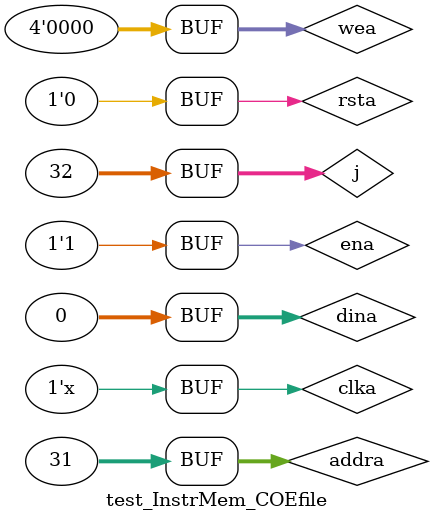
<source format=v>
`timescale 1ns / 1ps


module test_InstrMem_COEfile;

    // Inputs
    reg [31:0] addra; 
	reg clka;
	reg [31:0] dina; 
    reg ena;
    reg rsta; 
    reg [3:0] wea; 
	// Outputs
	wire [31:0] douta;

	// Instantiate the Unit Under Test (UUT)
	Instruction_memory uut (
		.addra(addra), 
		.clka(clka),
		.dina(dina),
		.ena(ena),
		.rsta(rsta),
		.wea(wea),
		.douta(douta)
	);
 
  integer j;   
    initial begin
        // Initialize Inputs
        clka = 1;
        addra = 32'h00000000; 
        dina = 32'h00000000; 
        ena = 1;
        rsta = 0; 
        wea = 4'b0000;
        #20;//comprobando si todos los reg son igual a cero
        rsta=0;
        for(j = 0; j < 32; j = j+1)//con (+1) se comprueba que la memoria solo lee de a 4
            begin    
                addra = j;
                #20;
            end
             
    end
    
   always begin //clock de la placa 50Mhz
        #10 clka=~clka;
    end   

endmodule

</source>
